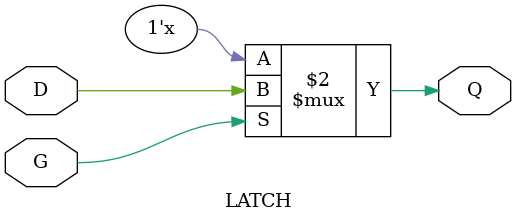
<source format=v>
module LATCH(G, D, Q);
   parameter WIDTH = 1;
   input G;
   input [WIDTH-1:0] D;
   output [WIDTH-1:0] Q;
   reg [WIDTH-1:0] 	  Q;

   always @ (G or D) begin
	  if(G)
		Q <= D;
   end
   
endmodule

</source>
